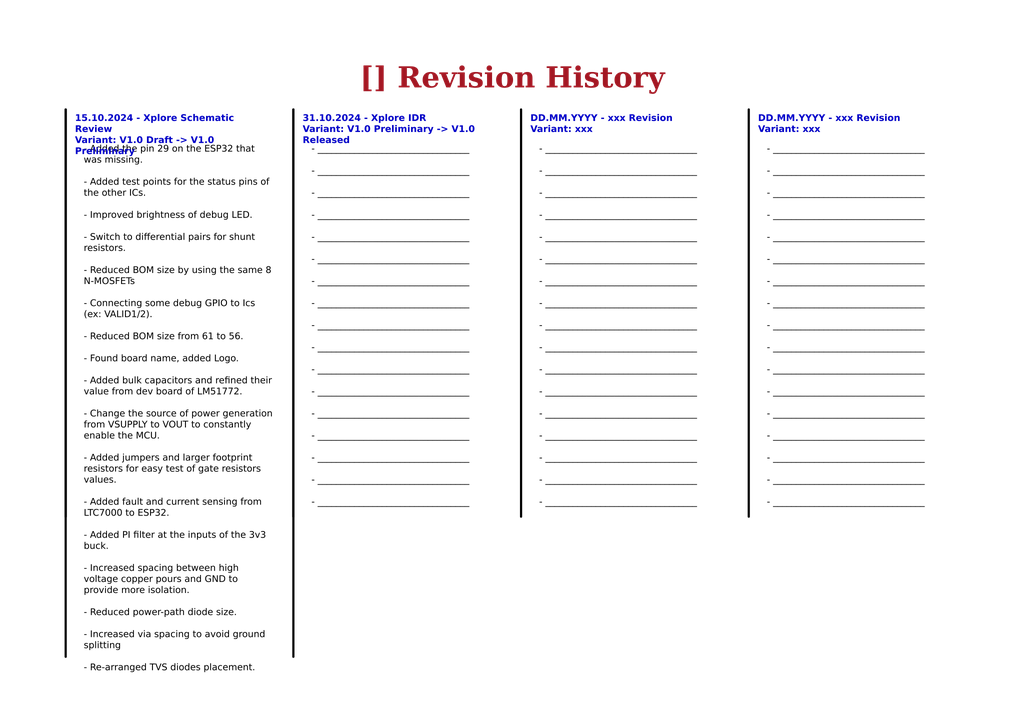
<source format=kicad_sch>
(kicad_sch
	(version 20231120)
	(generator "eeschema")
	(generator_version "8.0")
	(uuid "ea8c4f5e-7a49-4faf-a994-dbc85ed86b0a")
	(paper "A4")
	(title_block
		(title "Revision History")
		(date "Last Modified Date")
		(rev "${REVISION}")
		(company "${COMPANY}")
	)
	(lib_symbols)
	(polyline
		(pts
			(xy 19.05 31.75) (xy 19.05 190.5)
		)
		(stroke
			(width 0.635)
			(type default)
			(color 0 0 0 1)
		)
		(uuid "4849fe72-6429-4f5b-a9e6-56656658a37b")
	)
	(polyline
		(pts
			(xy 85.09 31.75) (xy 85.09 190.5)
		)
		(stroke
			(width 0.635)
			(type default)
			(color 0 0 0 1)
		)
		(uuid "5f29c90a-4bd5-401c-a0f6-a99df09914f4")
	)
	(polyline
		(pts
			(xy 85.09 31.75) (xy 85.09 149.86)
		)
		(stroke
			(width 0.635)
			(type default)
			(color 0 0 0 1)
		)
		(uuid "74018a10-ab58-4dc2-b4e6-376117e1ffc0")
	)
	(polyline
		(pts
			(xy 151.13 31.75) (xy 151.13 149.86)
		)
		(stroke
			(width 0.635)
			(type default)
			(color 0 0 0 1)
		)
		(uuid "a6b610d4-f09b-4d6e-ac67-0bb3d0e09fbe")
	)
	(polyline
		(pts
			(xy 19.05 31.75) (xy 19.05 149.86)
		)
		(stroke
			(width 0.635)
			(type default)
			(color 0 0 0 1)
		)
		(uuid "b271ef24-6836-4d14-b8f8-8568bc734aca")
	)
	(polyline
		(pts
			(xy 217.17 31.75) (xy 217.17 149.86)
		)
		(stroke
			(width 0.635)
			(type default)
			(color 0 0 0 1)
		)
		(uuid "fe21cbb6-f53c-41a1-bc1c-520e82f71f78")
	)
	(text_box "- _________________________________\n\n- _________________________________\n\n- _________________________________\n\n- _________________________________\n\n- _________________________________\n\n- _________________________________\n\n- _________________________________\n\n- _________________________________\n\n- _________________________________\n\n- _________________________________\n\n- _________________________________\n\n- _________________________________\n\n- _________________________________\n\n- _________________________________\n\n- _________________________________\n\n- _________________________________\n\n- _________________________________"
		(exclude_from_sim no)
		(at 220.98 40.64 0)
		(size 58.42 115.57)
		(stroke
			(width -0.0001)
			(type default)
		)
		(fill
			(type none)
		)
		(effects
			(font
				(face "Arial")
				(size 1.905 1.905)
				(color 0 0 0 1)
			)
			(justify left top)
		)
		(uuid "0c062e2b-2be1-4307-b752-045c211787f4")
	)
	(text_box "31.10.2024 - Xplore IDR\nVariant: V1.0 Preliminary -> V1.0 Released"
		(exclude_from_sim no)
		(at 86.36 31.75 0)
		(size 57.15 7.62)
		(stroke
			(width -0.0001)
			(type default)
		)
		(fill
			(type none)
		)
		(effects
			(font
				(face "Arial")
				(size 1.905 1.905)
				(thickness 0.254)
				(bold yes)
			)
			(justify left top)
		)
		(uuid "14f2d7b6-dcd6-4c43-91a3-c7a76690654c")
	)
	(text_box "[${#}] ${TITLE}"
		(exclude_from_sim no)
		(at 80.01 16.51 0)
		(size 137.16 12.7)
		(stroke
			(width -0.0001)
			(type default)
		)
		(fill
			(type none)
		)
		(effects
			(font
				(face "Times New Roman")
				(size 6 6)
				(thickness 1.2)
				(bold yes)
				(color 162 22 34 1)
			)
		)
		(uuid "20a0a094-ac98-46df-bdac-21d5721f7697")
	)
	(text_box "DD.MM.YYYY - xxx Revision\nVariant: xxx"
		(exclude_from_sim no)
		(at 152.4 31.75 0)
		(size 57.15 7.62)
		(stroke
			(width -0.0001)
			(type default)
		)
		(fill
			(type none)
		)
		(effects
			(font
				(face "Arial")
				(size 1.905 1.905)
				(thickness 0.254)
				(bold yes)
			)
			(justify left top)
		)
		(uuid "61447e65-3862-4ca7-a61e-5d8506cb38bb")
	)
	(text_box "- Added the pin 29 on the ESP32 that was missing.\n\n- Added test points for the status pins of the other ICs.\n\n- Improved brightness of debug LED.\n\n- Switch to differential pairs for shunt resistors.\n\n- Reduced BOM size by using the same 8 N-MOSFETs\n\n- Connecting some debug GPIO to Ics (ex: VALID1/2).\n\n- Reduced BOM size from 61 to 56.\n\n- Found board name, added Logo.\n\n- Added bulk capacitors and refined their value from dev board of LM51772.\n\n- Change the source of power generation from VSUPPLY to VOUT to constantly enable the MCU.\n\n- Added jumpers and larger footprint resistors for easy test of gate resistors values.\n\n- Added fault and current sensing from LTC7000 to ESP32.\n\n- Added PI filter at the inputs of the 3v3 buck.\n\n- Increased spacing between high voltage copper pours and GND to provide more isolation.\n\n- Reduced power-path diode size.\n\n- Increased via spacing to avoid ground splitting\n\n- Re-arranged TVS diodes placement.\n\n\n"
		(exclude_from_sim no)
		(at 22.86 40.64 0)
		(size 58.42 124.46)
		(stroke
			(width -0.0001)
			(type default)
		)
		(fill
			(type none)
		)
		(effects
			(font
				(face "Arial")
				(size 1.905 1.905)
				(color 0 0 0 1)
			)
			(justify left top)
		)
		(uuid "7cea8527-91c8-47c3-a860-064e128bcffe")
	)
	(text_box "- _________________________________\n\n- _________________________________\n\n- _________________________________\n\n- _________________________________\n\n- _________________________________\n\n- _________________________________\n\n- _________________________________\n\n- _________________________________\n\n- _________________________________\n\n- _________________________________\n\n- _________________________________\n\n- _________________________________\n\n- _________________________________\n\n- _________________________________\n\n- _________________________________\n\n- _________________________________\n\n- _________________________________"
		(exclude_from_sim no)
		(at 154.94 40.64 0)
		(size 58.42 115.57)
		(stroke
			(width -0.0001)
			(type default)
		)
		(fill
			(type none)
		)
		(effects
			(font
				(face "Arial")
				(size 1.905 1.905)
				(color 0 0 0 1)
			)
			(justify left top)
		)
		(uuid "8ad0acb7-8a2e-40a2-87c7-888a93359ccd")
	)
	(text_box "15.10.2024 - Xplore Schematic Review\nVariant: V1.0 Draft -> V1.0 Preliminary"
		(exclude_from_sim no)
		(at 20.32 31.75 0)
		(size 57.15 7.62)
		(stroke
			(width -0.0001)
			(type default)
		)
		(fill
			(type none)
		)
		(effects
			(font
				(face "Arial")
				(size 1.905 1.905)
				(thickness 0.254)
				(bold yes)
			)
			(justify left top)
		)
		(uuid "922c5813-4880-4ddf-ba01-939f72022a9d")
	)
	(text_box "- _________________________________\n\n- _________________________________\n\n- _________________________________\n\n- _________________________________\n\n- _________________________________\n\n- _________________________________\n\n- _________________________________\n\n- _________________________________\n\n- _________________________________\n\n- _________________________________\n\n- _________________________________\n\n- _________________________________\n\n- _________________________________\n\n- _________________________________\n\n- _________________________________\n\n- _________________________________\n\n- _________________________________"
		(exclude_from_sim no)
		(at 88.9 40.64 0)
		(size 58.42 115.57)
		(stroke
			(width -0.0001)
			(type default)
		)
		(fill
			(type none)
		)
		(effects
			(font
				(face "Arial")
				(size 1.905 1.905)
				(color 0 0 0 1)
			)
			(justify left top)
		)
		(uuid "cd63b456-8f62-4290-9191-6ad427c40f65")
	)
	(text_box "DD.MM.YYYY - xxx Revision\nVariant: xxx"
		(exclude_from_sim no)
		(at 218.44 31.75 0)
		(size 57.15 7.62)
		(stroke
			(width -0.0001)
			(type default)
		)
		(fill
			(type none)
		)
		(effects
			(font
				(face "Arial")
				(size 1.905 1.905)
				(thickness 0.254)
				(bold yes)
			)
			(justify left top)
		)
		(uuid "f47af890-f55a-44bf-b54f-b7df3adde008")
	)
)

</source>
